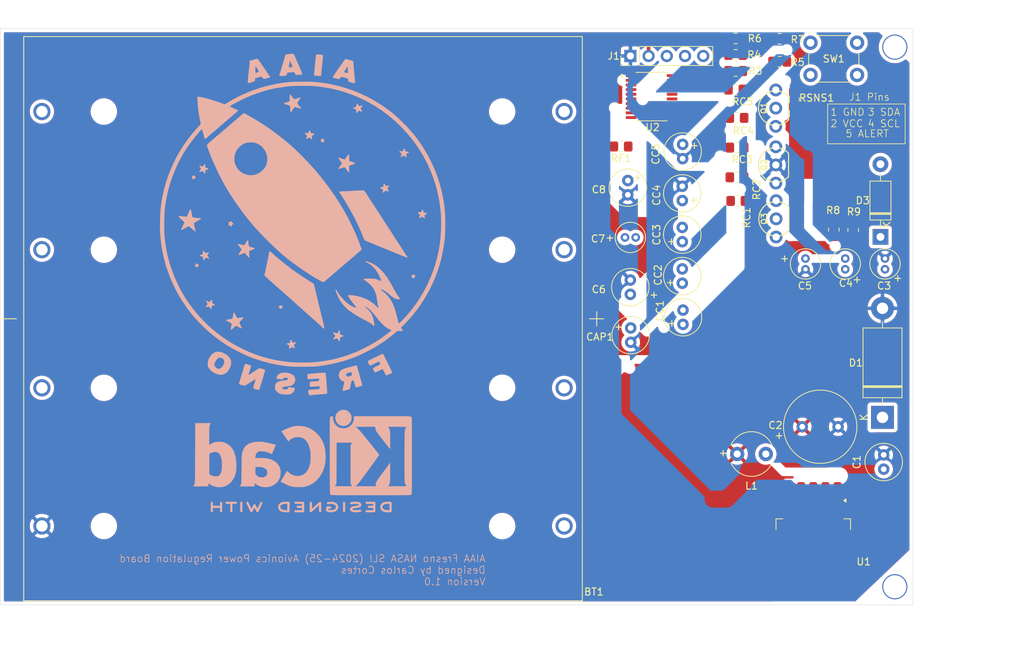
<source format=kicad_pcb>
(kicad_pcb (version 20240108) (generator "pcbnew") (generator_version "8.0")
  (title_block (title "Avionics Power Regulation Board") (date "2024-12-26") (rev "3") (company "AIAA Fresno State") (comment 1 "Author: Carlos Cortes") (comment 2 "All mounting holes are 3.2mm in diameter"))
  (layers (0 "F.Cu" signal) (31 "B.Cu" signal) (34 "B.Paste" user) (35 "F.Paste" user) (36 "B.SilkS" user "B.Silkscreen") (37 "F.SilkS" user "F.Silkscreen") (38 "B.Mask" user) (39 "F.Mask" user) (44 "Edge.Cuts" user))
  (net 0 "")
  (net 1 "Net-(BT1-Pad1+)")
  (net 2 "Net-(BT1-Pad3+)")
  (net 3 "Net-(U2-REGOUT)")
  (net 4 "GNDREF")
  (net 5 "Net-(BT1-Pad2+)")
  (net 6 "/VOUT")
  (net 7 "/Battery Monitor System/SRP")
  (net 8 "/Battery Monitor System/SRN")
  (net 9 "/REGOUT")
  (net 10 "Net-(U2-CAP1)")
  (net 11 "/Battery Monitor System/VC5")
  (net 12 "/Battery Monitor System/VC3")
  (net 13 "/Battery Monitor System/VC2")
  (net 14 "/Battery Monitor System/VC1")
  (net 15 "/Battery Monitor System/VC0")
  (net 16 "Net-(D1-K)")
  (net 17 "Net-(D3-K)")
  (net 18 "Net-(D3-A)")
  (net 19 "/Battery Monitor System/CHG")
  (net 20 "/Battery Monitor System/DSG")
  (net 21 "Net-(R5-Pad1)")
  (net 22 "Net-(U2-TS1)")
  (net 23 "Net-(U2-BAT)")
  (net 24 "/SCL")
  (net 25 "/SDA")
  (net 26 "/ALERT")
  (net 28 "/Battery Monitor System/BAT -")
  (net 29 "Net-(Q1-Pad3)")
  (net 30 "Net-(Q1-Pad1)")
  (footprint "Capacitor_THT:C_Radial_D5.0mm_H11.0mm_P2.00mm" (layer "F.Cu") (at 115.7315 46.8214 90)
    (property "Reference" "CC3" (at 0.9714 -3.5815 -90) (layer "F.SilkS"))
    (property "Value" "1uF")
    (pad "1" thru_hole circle (at 0 0 90) (size 1.6 1.6) (drill 0.8) (layers "*.Cu" "*.Mask") (net 13 "/Battery Monitor System/VC2"))
    (pad "2" thru_hole circle (at 2 0 90) (size 1.6 1.6) (drill 0.8) (layers "*.Cu" "*.Mask") (net 14 "/Battery Monitor System/VC1"))
  )
  (footprint "Package_SO:TSSOP-20_4.4x6.5mm_P0.65mm" (layer "F.Cu") (at 111.444 26.5464)
    (property "Reference" "U2" (at 0.1347 4.3036 0) (layer "F.SilkS"))
    (property "Value" "BQ76920PW")
    (pad "1" smd roundrect (at -2.8625 -2.925) (size 1.475 0.4) (layers "F.Cu" "F.Paste" "F.Mask") (net 20 "/Battery Monitor System/DSG"))
    (pad "2" smd roundrect (at -2.8625 -2.275) (size 1.475 0.4) (layers "F.Cu" "F.Paste" "F.Mask") (net 19 "/Battery Monitor System/CHG"))
    (pad "3" smd roundrect (at -2.8625 -1.625) (size 1.475 0.4) (layers "F.Cu" "F.Paste" "F.Mask") (net 4 "GNDREF"))
    (pad "4" smd roundrect (at -2.8625 -0.975) (size 1.475 0.4) (layers "F.Cu" "F.Paste" "F.Mask") (net 25 "/SDA"))
    (pad "5" smd roundrect (at -2.8625 -0.325) (size 1.475 0.4) (layers "F.Cu" "F.Paste" "F.Mask") (net 24 "/SCL"))
    (pad "6" smd roundrect (at -2.8625 0.325) (size 1.475 0.4) (layers "F.Cu" "F.Paste" "F.Mask") (net 22 "Net-(U2-TS1)"))
    (pad "7" smd roundrect (at -2.8625 0.975) (size 1.475 0.4) (layers "F.Cu" "F.Paste" "F.Mask") (net 10 "Net-(U2-CAP1)"))
    (pad "8" smd roundrect (at -2.8625 1.625) (size 1.475 0.4) (layers "F.Cu" "F.Paste" "F.Mask") (net 3 "Net-(U2-REGOUT)"))
    (pad "9" smd roundrect (at -2.8625 2.275) (size 1.475 0.4) (layers "F.Cu" "F.Paste" "F.Mask") (net 9 "/REGOUT"))
    (pad "10" smd roundrect (at -2.8625 2.925) (size 1.475 0.4) (layers "F.Cu" "F.Paste" "F.Mask") (net 23 "Net-(U2-BAT)"))
    (pad "11" smd roundrect (at 2.8625 2.925) (size 1.475 0.4) (layers "F.Cu" "F.Paste" "F.Mask"))
    (pad "12" smd roundrect (at 2.8625 2.275) (size 1.475 0.4) (layers "F.Cu" "F.Paste" "F.Mask") (net 11 "/Battery Monitor System/VC5"))
    (pad "13" smd roundrect (at 2.8625 1.625) (size 1.475 0.4) (layers "F.Cu" "F.Paste" "F.Mask") (net 12 "/Battery Monitor System/VC3"))
    (pad "14" smd roundrect (at 2.8625 0.975) (size 1.475 0.4) (layers "F.Cu" "F.Paste" "F.Mask") (net 12 "/Battery Monitor System/VC3"))
    (pad "15" smd roundrect (at 2.8625 0.325) (size 1.475 0.4) (layers "F.Cu" "F.Paste" "F.Mask") (net 13 "/Battery Monitor System/VC2"))
    (pad "16" smd roundrect (at 2.8625 -0.325) (size 1.475 0.4) (layers "F.Cu" "F.Paste" "F.Mask") (net 14 "/Battery Monitor System/VC1"))
    (pad "17" smd roundrect (at 2.8625 -0.975) (size 1.475 0.4) (layers "F.Cu" "F.Paste" "F.Mask") (net 15 "/Battery Monitor System/VC0"))
    (pad "18" smd roundrect (at 2.8625 -1.625) (size 1.475 0.4) (layers "F.Cu" "F.Paste" "F.Mask") (net 7 "/Battery Monitor System/SRP"))
    (pad "19" smd roundrect (at 2.8625 -2.275) (size 1.475 0.4) (layers "F.Cu" "F.Paste" "F.Mask") (net 8 "/Battery Monitor System/SRN"))
    (pad "20" smd roundrect (at 2.8625 -2.925) (size 1.475 0.4) (layers "F.Cu" "F.Paste" "F.Mask") (net 26 "/ALERT"))
  )
  (footprint "Inductor_THT:L_Radial_D6.0mm_P4.00mm" (layer "F.Cu") (at 127.393 76.481 180)
    (property "Reference" "L1" (at 2 -4.445 180) (layer "F.SilkS"))
    (property "Value" "RC-10")
    (pad "1" thru_hole circle (at 0 0 180) (size 2 2) (drill 1) (layers "*.Cu" "*.Mask") (net 16 "Net-(D1-K)"))
    (pad "2" thru_hole circle (at 4 0 180) (size 2 2) (drill 1) (layers "*.Cu" "*.Mask") (net 6 "/VOUT"))
  )
  (footprint "Resistor_SMD:R_0805_2012Metric_Pad1.20x1.40mm_HandSolder" (layer "F.Cu") (at 123.4815 41.1214 180)
    (property "Reference" "RC1" (at -1.2445 -2.3396 -90) (layer "F.SilkS"))
    (property "Value" "100")
    (pad "1" smd roundrect (at -1 0 180) (size 1.2 1.4) (layers "F.Cu" "F.Paste" "F.Mask") (roundrect_rratio 0.208333) (net 9 "/REGOUT"))
    (pad "2" smd roundrect (at 1 0 180) (size 1.2 1.4) (layers "F.Cu" "F.Paste" "F.Mask") (roundrect_rratio 0.208333) (net 11 "/Battery Monitor System/VC5"))
  )
  (footprint "Package_TO_SOT_SMD:TO-263-5_TabPin3" (layer "F.Cu") (at 134.016 90.36 -90)
    (property "Reference" "U1" (at 1.16 -7.044 180) (layer "F.SilkS"))
    (property "Value" "LM2576HVS-5")
    (pad "1" smd roundrect (at -7.65 -3.4 270) (size 4.6 1.1) (layers "F.Cu" "F.Paste" "F.Mask") (roundrect_rratio 0.227273) (net 9 "/REGOUT"))
    (pad "2" smd roundrect (at -7.65 -1.7 270) (size 4.6 1.1) (layers "F.Cu" "F.Paste" "F.Mask") (roundrect_rratio 0.227273) (net 16 "Net-(D1-K)"))
    (pad "3" smd roundrect (at -7.65 0 270) (size 4.6 1.1) (layers "F.Cu" "F.Paste" "F.Mask") (roundrect_rratio 0.227273) (net 4 "GNDREF"))
    (pad "3" smd roundrect (at -0.925 -2.775 270) (size 4.55 5.25) (layers "F.Cu" "F.Paste") (roundrect_rratio 0.054945) (net 4 "GNDREF"))
    (pad "3" smd roundrect (at -0.925 2.775 270) (size 4.55 5.25) (layers "F.Cu" "F.Paste") (roundrect_rratio 0.054945) (net 4 "GNDREF"))
    (pad "3" smd roundrect (at 1.5 0 270) (size 9.4 10.8) (layers "F.Cu" "F.Mask") (roundrect_rratio 0.026596) (net 4 "GNDREF"))
    (pad "3" smd roundrect (at 3.925 -2.775 270) (size 4.55 5.25) (layers "F.Cu" "F.Paste") (roundrect_rratio 0.054945) (net 4 "GNDREF"))
    (pad "3" smd roundrect (at 3.925 2.775 270) (size 4.55 5.25) (layers "F.Cu" "F.Paste") (roundrect_rratio 0.054945) (net 4 "GNDREF"))
    (pad "4" smd roundrect (at -7.65 1.7 270) (size 4.6 1.1) (layers "F.Cu" "F.Paste" "F.Mask") (roundrect_rratio 0.227273) (net 6 "/VOUT"))
    (pad "5" smd roundrect (at -7.65 3.4 270) (size 4.6 1.1) (layers "F.Cu" "F.Paste" "F.Mask") (roundrect_rratio 0.227273) (net 4 "GNDREF"))
  )
  (footprint "Resistor_SMD:R_0805_2012Metric_Pad1.20x1.40mm_HandSolder" (layer "F.Cu") (at 123.369 37.8214 180)
    (property "Reference" "RC2" (at -2.754 -1.7026 90) (layer "F.SilkS"))
    (property "Value" "100")
    (pad "1" smd roundrect (at -1 0 180) (size 1.2 1.4) (layers "F.Cu" "F.Paste" "F.Mask") (roundrect_rratio 0.208333) (net 2 "Net-(BT1-Pad3+)"))
    (pad "2" smd roundrect (at 1 0 180) (size 1.2 1.4) (layers "F.Cu" "F.Paste" "F.Mask") (roundrect_rratio 0.208333) (net 12 "/Battery Monitor System/VC3"))
  )
  (footprint "Diode_THT:D_DO-41_SOD81_P10.16mm_Horizontal" (layer "F.Cu") (at 143.395 46.1514 90)
    (property "Reference" "D3" (at 5.08 -2.47 180) (layer "F.SilkS"))
    (property "Value" "D")
    (fp_text user "K" (at 1.7164 0.895 -90) (layer "F.SilkS"))
    (pad "1" thru_hole rect (at 0 0 90) (size 2.2 2.2) (drill 1.1) (layers "*.Cu" "*.Mask") (net 17 "Net-(D3-K)"))
    (pad "2" thru_hole oval (at 10.16 0 90) (size 2.2 2.2) (drill 1.1) (layers "*.Cu" "*.Mask") (net 18 "Net-(D3-A)"))
  )
  (footprint "Resistor_SMD:R_0805_2012Metric_Pad1.20x1.40mm_HandSolder" (layer "F.Cu") (at 123.369 33.6714 180)
    (property "Reference" "RC3" (at -0.722 -1.6616 0) (layer "F.SilkS"))
    (property "Value" "100")
    (pad "1" smd roundrect (at -1 0 180) (size 1.2 1.4) (layers "F.Cu" "F.Paste" "F.Mask") (roundrect_rratio 0.208333) (net 5 "Net-(BT1-Pad2+)"))
    (pad "2" smd roundrect (at 1 0 180) (size 1.2 1.4) (layers "F.Cu" "F.Paste" "F.Mask") (roundrect_rratio 0.208333) (net 13 "/Battery Monitor System/VC2"))
  )
  (footprint "Capacitor_THT:C_Radial_D4.0mm_H7.0mm_P1.50mm" (layer "F.Cu") (at 132.9315 49.1714 -90)
    (property "Reference" "C5" (at 3.8146 0.0775 180) (layer "F.SilkS"))
    (property "Value" "0.1uF")
    (pad "1" thru_hole circle (at 0 0 270) (size 1.2 1.2) (drill 0.6) (layers "*.Cu" "*.Mask") (net 8 "/Battery Monitor System/SRN"))
    (pad "2" thru_hole circle (at 1.5 0 270) (size 1.2 1.2) (drill 0.6) (layers "*.Cu" "*.Mask") (net 4 "GNDREF"))
  )
  (footprint "Capacitor_THT:C_Radial_D5.0mm_H11.0mm_P2.00mm" (layer "F.Cu") (at 115.8315 58.3714 90)
    (property "Reference" "CC1" (at 1.9114 -3.2115 -90) (layer "F.SilkS"))
    (property "Value" "1uF")
    (pad "1" thru_hole circle (at 0 0 90) (size 1.6 1.6) (drill 0.8) (layers "*.Cu" "*.Mask") (net 11 "/Battery Monitor System/VC5"))
    (pad "2" thru_hole circle (at 2 0 90) (size 1.6 1.6) (drill 0.8) (layers "*.Cu" "*.Mask") (net 12 "/Battery Monitor System/VC3"))
  )
  (footprint "BK-18650-PC8:BAT_BK-18650-PC8" (layer "F.Cu") (at 62.785 57.585 180)
    (property "Reference" "BT1" (at -40.605 -38.1492 0) (layer "F.SilkS"))
    (property "Value" "BK-18650-PC8")
    (pad "" np_thru_hole circle (at -27.805 -28.955 180) (size 3.2 3.2) (drill 3.2) (layers "*.Cu" "*.Mask"))
    (pad "" np_thru_hole circle (at -27.805 -9.65 180) (size 3.2 3.2) (drill 3.2) (layers "*.Cu" "*.Mask"))
    (pad "" np_thru_hole circle (at -27.805 9.65 180) (size 3.2 3.2) (drill 3.2) (layers "*.Cu" "*.Mask"))
    (pad "" np_thru_hole circle (at -27.805 28.955 180) (size 3.2 3.2) (drill 3.2) (layers "*.Cu" "*.Mask"))
    (pad "" np_thru_hole circle (at 27.805 -28.955 180) (size 3.2 3.2) (drill 3.2) (layers "*.Cu" "*.Mask"))
    (pad "" np_thru_hole circle (at 27.805 -9.65 180) (size 3.2 3.2) (drill 3.2) (layers "*.Cu" "*.Mask"))
    (pad "" np_thru_hole circle (at 27.805 9.65 180) (size 3.2 3.2) (drill 3.2) (layers "*.Cu" "*.Mask"))
    (pad "" np_thru_hole circle (at 27.805 28.955 180) (size 3.2 3.2) (drill 3.2) (layers "*.Cu" "*.Mask"))
    (pad "1+" thru_hole circle (at -36.45 -28.95 180) (size 2.4 2.4) (drill 1.6) (layers "*.Cu" "*.Mask") (net 1 "Net-(BT1-Pad1+)"))
    (pad "1-" thru_hole circle (at 36.45 -28.95 180) (size 2.4 2.4) (drill 1.6) (layers "*.Cu" "*.Mask") (net 4 "GNDREF"))
    (pad "2+" thru_hole circle (at -36.45 -9.65 180) (size 2.4 2.4) (drill 1.6) (layers "*.Cu" "*.Mask") (net 5 "Net-(BT1-Pad2+)"))
    (pad "2-" thru_hole circle (at 36.45 -9.65 180) (size 2.4 2.4) (drill 1.6) (layers "*.Cu" "*.Mask") (net 1 "Net-(BT1-Pad1+)"))
    (pad "3+" thru_hole circle (at -36.45 9.65 180) (size 2.4 2.4) (drill 1.6) (layers "*.Cu" "*.Mask") (net 2 "Net-(BT1-Pad3+)"))
    (pad "3-" thru_hole circle (at 36.45 9.65 180) (size 2.4 2.4) (drill 1.6) (layers "*.Cu" "*.Mask") (net 5 "Net-(BT1-Pad2+)"))
    (pad "4+" thru_hole circle (at -36.45 28.95 180) (size 2.4 2.4) (drill 1.6) (layers "*.Cu" "*.Mask") (net 9 "/REGOUT"))
    (pad "4-" thru_hole circle (at 36.45 28.95 180) (size 2.4 2.4) (drill 1.6) (layers "*.Cu" "*.Mask") (net 2 "Net-(BT1-Pad3+)"))
  )
  (footprint "Resistor_SMD:R_0805_2012Metric_Pad1.20x1.40mm_HandSolder" (layer "F.Cu") (at 123.1815 20.7214)
    (property "Reference" "R4" (at 2.5985 -0.0214 180) (layer "F.SilkS"))
    (property "Value" "100")
    (pad "1" smd roundrect (at -1 0) (size 1.2 1.4) (layers "F.Cu" "F.Paste" "F.Mask") (roundrect_rratio 0.208333) (net 8 "/Battery Monitor System/SRN"))
    (pad "2" smd roundrect (at 1 0) (size 1.2 1.4) (layers "F.Cu" "F.Paste" "F.Mask") (roundrect_rratio 0.208333) (net 29 "Net-(Q1-Pad3)"))
  )
  (footprint "Capacitor_THT:C_Radial_D5.0mm_H11.0mm_P2.00mm" (layer "F.Cu") (at 108.1315 40.2714 90)
    (property "Reference" "C8" (at 0.7314 -4.0515 180) (layer "F.SilkS"))
    (property "Value" "10uF")
    (pad "1" thru_hole circle (at 0 0 90) (size 1.6 1.6) (drill 0.8) (layers "*.Cu" "*.Mask") (net 4 "GNDREF"))
    (pad "2" thru_hole circle (at 2 0 90) (size 1.6 1.6) (drill 0.8) (layers "*.Cu" "*.Mask") (net 23 "Net-(U2-BAT)"))
  )
  (footprint "Capacitor_THT:C_Radial_D5.0mm_H11.0mm_P2.00mm" (layer "F.Cu") (at 143.85 78.6 90)
    (property "Reference" "C1" (at 1 -3.75 90) (layer "F.SilkS"))
    (property "Value" "EEUFR1V101B")
    (pad "1" thru_hole circle (at 0 0 90) (size 1.6 1.6) (drill 0.8) (layers "*.Cu" "*.Mask") (net 9 "/REGOUT"))
    (pad "2" thru_hole circle (at 2 0 90) (size 1.6 1.6) (drill 0.8) (layers "*.Cu" "*.Mask") (net 4 "GNDREF"))
  )
  (footprint "MountingHole:MountingHole_2.1mm" (layer "F.Cu") (at 145.4016 19.6358)
    (property "Reference" "H2" (hide yes))
    (property "Value" "MountingHole")
    (pad "" np_thru_hole circle (at 0 0) (size 3.5 3.5) (drill 3.2) (layers "F&B.Cu" "*.Mask"))
  )
  (footprint "Resistor_SMD:R_0805_2012Metric_Pad1.20x1.40mm_HandSolder" (layer "F.Cu") (at 107.1815 33.5214 180)
    (property "Reference" "RF1" (at 0 -1.65 0) (layer "F.SilkS"))
    (property "Value" "1k")
    (pad "1" smd roundrect (at -1 0 180) (size 1.2 1.4) (layers "F.Cu" "F.Paste" "F.Mask") (roundrect_rratio 0.208333) (net 23 "Net-(U2-BAT)"))
    (pad "2" smd roundrect (at 1 0 180) (size 1.2 1.4) (layers "F.Cu" "F.Paste" "F.Mask") (roundrect_rratio 0.208333) (net 9 "/REGOUT"))
  )
  (footprint "Capacitor_THT:C_Radial_D10.0mm_H16.0mm_P5.00mm" (layer "F.Cu") (at 132.4815 72.6714)
    (property "Reference" "C2" (at -3.7415 -0.2014 0) (layer "F.SilkS"))
    (property "Value" "EEUTA1V102")
    (pad "1" thru_hole circle (at 0 0) (size 1.6 1.6) (drill 0.8) (layers "*.Cu" "*.Mask") (net 6 "/VOUT"))
    (pad "2" thru_hole circle (at 5 0) (size 1.6 1.6) (drill 0.8) (layers "*.Cu" "*.Mask") (net 4 "GNDREF"))
  )
  (footprint "Resistor_SMD:R_0805_2012Metric_Pad1.20x1.40mm_HandSolder" (layer "F.Cu") (at 123.369 29.5214 180)
    (property "Reference" "RC4" (at -0.9125 -1.8 0) (layer "F.SilkS"))
    (property "Value" "100")
    (pad "1" smd roundrect (at -1 0 180) (size 1.2 1.4) (layers "F.Cu" "F.Paste" "F.Mask") (roundrect_rratio 0.208333) (net 1 "Net-(BT1-Pad1+)"))
    (pad "2" smd roundrect (at 1 0 180) (size 1.2 1.4) (layers "F.Cu" "F.Paste" "F.Mask") (roundrect_rratio 0.208333) (net 14 "/Battery Monitor System/VC1"))
  )
  (footprint "Resistor_SMD:R_0805_2012Metric_Pad1.20x1.40mm_HandSolder" (layer "F.Cu") (at 123.1815 25.5714 180)
    (property "Reference" "RC5" (at -0.9885 -1.6886 180) (layer "F.SilkS"))
    (property "Value" "100")
    (pad "1" smd roundrect (at -1 0 180) (size 1.2 1.4) (layers "F.Cu" "F.Paste" "F.Mask") (roundrect_rratio 0.208333) (net 4 "GNDREF"))
    (pad "2" smd roundrect (at 1 0 180) (size 1.2 1.4) (layers "F.Cu" "F.Paste" "F.Mask") (roundrect_rratio 0.208333) (net 15 "/Battery Monitor System/VC0"))
  )
  (footprint "BS170_2:TO92" (layer "F.Cu") (at 128.7815 28.1614 90)
    (property "Reference" "Q1" (at 0 -1.651 90) (layer "F.SilkS") (effects (font (size 0.8 0.8))))
    (property "Value" "NMOS")
    (pad "1" thru_hole circle (at -2.54 0 90) (size 1.778 1.778) (drill 1.016) (layers "*.Cu" "*.Mask") (net 30 "Net-(Q1-Pad1)"))
    (pad "2" thru_hole circle (at 0 0 90) (size 1.778 1.778) (drill 1.016) (layers "*.Cu" "*.Mask") (net 20 "/Battery Monitor System/DSG"))
    (pad "3" thru_hole circle (at 2.54 0 90) (size 1.778 1.778) (drill 1.016) (layers "*.Cu" "*.Mask") (net 29 "Net-(Q1-Pad3)"))
  )
  (footprint "BS170_2:TO92" (layer "F.Cu") (at 128.79 36.095 90)
    (property "Reference" "Q2" (at 0 -1.651 90) (layer "F.SilkS") (effects (font (size 0.8 0.8))))
    (property "Value" "PMOS")
    (pad "1" thru_hole circle (at -2.54 0 90) (size 1.778 1.778) (drill 1.016) (layers "*.Cu" "*.Mask") (net 18 "Net-(D3-A)"))
    (pad "2" thru_hole circle (at 0 0 90) (size 1.778 1.778) (drill 1.016) (layers "*.Cu" "*.Mask") (net 4 "GNDREF"))
    (pad "3" thru_hole circle (at 2.54 0 90) (size 1.778 1.778) (drill 1.016) (layers "*.Cu" "*.Mask") (net 19 "/Battery Monitor System/CHG"))
  )
  (footprint "Capacitor_THT:C_Radial_D4.0mm_H7.0mm_P1.50mm" (layer "F.Cu") (at 144.0315 49.1714 -90)
    (property "Reference" "C3" (at 3.8146 0.1285 180) (layer "F.SilkS"))
    (property "Value" "0.1uF")
    (pad "1" thru_hole circle (at 0 0 270) (size 1.2 1.2) (drill 0.6) (layers "*.Cu" "*.Mask") (net 4 "GNDREF"))
    (pad "2" thru_hole circle (at 1.5 0 270) (size 1.2 1.2) (drill 0.6) (layers "*.Cu" "*.Mask") (net 7 "/Battery Monitor System/SRP"))
  )
  (footprint "Resistor_SMD:R_0805_2012Metric_Pad1.20x1.40mm_HandSolder" (layer "F.Cu") (at 139.585 45.1714 90)
    (property "Reference" "R9" (at 2.5364 0.105 180) (layer "F.SilkS"))
    (property "Value" "1MOhm")
    (pad "1" smd roundrect (at -1 0 90) (size 1.2 1.4) (layers "F.Cu" "F.Paste" "F.Mask") (roundrect_rratio 0.208333) (net 17 "Net-(D3-K)"))
    (pad "2" smd roundrect (at 1 0 90) (size 1.2 1.4) (layers "F.Cu" "F.Paste" "F.Mask") (roundrect_rratio 0.208333) (net 18 "Net-(D3-A)"))
  )
  (footprint "Button_Switch_THT:SW_PUSH_6mm" (layer "F.Cu") (at 140.1315 23.5214 180)
    (property "Reference" "SW1" (at 3.25 2.25 0) (layer "F.SilkS"))
    (property "Value" "SW_Push")
    (pad "1" thru_hole circle (at 0 0 270) (size 2 2) (drill 1.1) (layers "*.Cu" "*.Mask") (net 21 "Net-(R5-Pad1)"))
    (pad "1" thru_hole circle (at 6.5 0 270) (size 2 2) (drill 1.1) (layers "*.Cu" "*.Mask") (net 21 "Net-(R5-Pad1)"))
    (pad "2" thru_hole circle (at 0 4.5 270) (size 2 2) (drill 1.1) (layers "*.Cu" "*.Mask") (net 14 "/Battery Monitor System/VC1"))
    (pad "2" thru_hole circle (at 6.5 4.5 270) (size 2 2) (drill 1.1) (layers "*.Cu" "*.Mask") (net 14 "/Battery Monitor System/VC1"))
  )
  (footprint "Resistor_SMD:R_0805_2012Metric_Pad1.20x1.40mm_HandSolder" (layer "F.Cu") (at 123.1815 22.9714)
    (property "Reference" "R3" (at 2.7685 -0.0114 0) (layer "F.SilkS"))
    (property "Value" "100")
    (pad "1" smd roundrect (at -1 0) (size 1.2 1.4) (layers "F.Cu" "F.Paste" "F.Mask") (roundrect_rratio 0.208333) (net 7 "/Battery Monitor System/SRP"))
    (pad "2" smd roundrect (at 1 0) (size 1.2 1.4) (layers "F.Cu" "F.Paste" "F.Mask") (roundrect_rratio 0.208333) (net 4 "GNDREF"))
  )
  (footprint "Diode_THT:D_DO-201AD_P15.24mm_Horizontal" (layer "F.Cu") (at 143.6815 71.3614 90)
    (property "Reference" "D1" (at 7.62 -3.72 180) (layer "F.SilkS"))
    (property "Value" "1N5822")
    (fp_text user "K" (at 0 -2.6 90) (layer "F.SilkS"))
    (pad "1" thru_hole rect (at 0 0 90) (size 3.2 3.2) (drill 1.6) (layers "*.Cu" "*.Mask") (net 16 "Net-(D1-K)"))
    (pad "2" thru_hole oval (at 15.24 0 90) (size 3.2 3.2) (drill 1.6) (layers "*.Cu" "*.Mask") (net 4 "GNDREF"))
  )
  (footprint "Resistor_SMD:R_0805_2012Metric_Pad1.20x1.40mm_HandSolder" (layer "F.Cu") (at 123.1815 18.4214 180)
    (property "Reference" "R6" (at -2.6685 -0.0086 0) (layer "F.SilkS"))
    (property "Value" "1MOhm")
    (pad "1" smd roundrect (at -1 0 180) (size 1.2 1.4) (layers "F.Cu" "F.Paste" "F.Mask") (roundrect_rratio 0.208333) (net 29 "Net-(Q1-Pad3)"))
    (pad "2" smd roundrect (at 1 0 180) (size 1.2 1.4) (layers "F.Cu" "F.Paste" "F.Mask") (roundrect_rratio 0.208333) (net 20 "/Battery Monitor System/DSG"))
  )
  (footprint "Resistor_SMD:R_0805_2012Metric_Pad1.20x1.40mm_HandSolder" (layer "F.Cu") (at 136.8815 45.1214 -90)
    (property "Reference" "R8" (at -2.6864 0.0915 180) (layer "F.SilkS"))
    (property "Value" "1MOhm")
    (pad "1" smd roundrect (at -1 0 270) (size 1.2 1.4) (layers "F.Cu" "F.Paste" "F.Mask") (roundrect_rratio 0.208333) (net 28 "/Battery Monitor System/BAT -"))
    (pad "2" smd roundrect (at 1 0 270) (size 1.2 1.4) (layers "F.Cu" "F.Paste" "F.Mask") (roundrect_rratio 0.208333) (net 17 "Net-(D3-K)"))
  )
  (footprint "Resistor_SMD:R_0805_2012Metric_Pad1.20x1.40mm_HandSolder" (layer "F.Cu") (at 129.3315 21.6714)
    (property "Reference" "R5" (at 2.5065 0.0726 180) (layer "F.SilkS"))
    (property "Value" "10kOhm")
    (pad "1" smd roundrect (at -1 0) (size 1.2 1.4) (layers "F.Cu" "F.Paste" "F.Mask") (roundrect_rratio 0.208333) (net 21 "Net-(R5-Pad1)"))
    (pad "2" smd roundrect (at 1 0) (size 1.2 1.4) (layers "F.Cu" "F.Paste" "F.Mask") (roundrect_rratio 0.208333) (net 22 "Net-(U2-TS1)"))
  )
  (footprint "Resistor_SMD:R_0805_2012Metric_Pad1.20x1.40mm_HandSolder" (layer "F.Cu") (at 131.33 26.935 90)
    (property "Reference" "RSNS1" (at 0.2 3.16 0) (layer "F.SilkS"))
    (property "Value" "20m")
    (pad "1" smd roundrect (at -1 0 90) (size 1.2 1.4) (layers "F.Cu" "F.Paste" "F.Mask") (roundrect_rratio 0.208333) (net 4 "GNDREF"))
    (pad "2" smd roundrect (at 1 0 90) (size 1.2 1.4) (layers "F.Cu" "F.Paste" "F.Mask") (roundrect_rratio 0.208333) (net 29 "Net-(Q1-Pad3)"))
  )
  (footprint "Capacitor_THT:C_Radial_D5.0mm_H11.0mm_P2.00mm" (layer "F.Cu") (at 115.7315 41.0714 90)
    (property "Reference" "CC4" (at 0.7614 -3.5915 90) (layer "F.SilkS"))
    (property "Value" "1uF")
    (pad "1" thru_hole circle (at 0 0 90) (size 1.6 1.6) (drill 0.8) (layers "*.Cu" "*.Mask") (net 14 "/Battery Monitor System/VC1"))
    (pad "2" thru_hole circle (at 2 0 90) (size 1.6 1.6) (drill 0.8) (layers "*.Cu" "*.Mask") (net 4 "GNDREF"))
  )
  (footprint "Connector_PinHeader_2.54mm:PinHeader_1x05_P2.54mm_Vertical" (layer "F.Cu") (at 108.4915 20.8714 90)
    (property "Reference" "J1" (at 0 -2.33 180) (layer "F.SilkS"))
    (property "Value" "Conn_01x05_Socket")
    (pad "1" thru_hole rect (at 0 0 90) (size 1.7 1.7) (drill 1) (layers "*.Cu" "*.Mask") (net 4 "GNDREF"))
    (pad "2" thru_hole oval (at 0 2.54 90) (size 1.7 1.7) (drill 1) (layers "*.Cu" "*.Mask") (net 6 "/VOUT"))
    (pad "3" thru_hole oval (at 0 5.08 90) (size 1.7 1.7) (drill 1) (layers "*.Cu" "*.Mask") (net 25 "/SDA"))
    (pad "4" thru_hole oval (at 0 7.62 90) (size 1.7 1.7) (drill 1) (layers "*.Cu" "*.Mask") (net 24 "/SCL"))
    (pad "5" thru_hole oval (at 0 10.16 90) (size 1.7 1.7) (drill 1) (layers "*.Cu" "*.Mask") (net 26 "/ALERT"))
  )
  (footprint "BS170_2:TO92" (layer "F.Cu") (at 128.8315 43.6214 90)
    (property "Reference" "Q3" (at 0 -1.651 90) (layer "F.SilkS") (effects (font (size 0.8 0.8))))
    (property "Value" "NMOS")
    (pad "1" thru_hole circle (at -2.54 0 90) (size 1.778 1.778) (drill 1.016) (layers "*.Cu" "*.Mask") (net 30 "Net-(Q1-Pad1)"))
    (pad "2" thru_hole circle (at 0 0 90) (size 1.778 1.778) (drill 1.016) (layers "*.Cu" "*.Mask") (net 17 "Net-(D3-K)"))
    (pad "3" thru_hole circle (at 2.54 0 90) (size 1.778 1.778) (drill 1.016) (layers "*.Cu" "*.Mask") (net 28 "/Battery Monitor System/BAT -"))
  )
  (footprint "Resistor_SMD:R_0805_2012Metric_Pad1.20x1.40mm_HandSolder" (layer "F.Cu") (at 129.3315 18.4714)
    (property "Reference" "R7" (at 2.5065 0.0976 180) (layer "F.SilkS"))
    (property "Value" "10kOhm")
    (pad "1" smd roundrect (at -1 0) (size 1.2 1.4) (layers "F.Cu" "F.Paste" "F.Mask") (roundrect_rratio 0.208333) (net 4 "GNDREF"))
    (pad "2" smd roundrect (at 1 0) (size 1.2 1.4) (layers "F.Cu" "F.Paste" "F.Mask") (roundrect_rratio 0.208333) (net 22 "Net-(U2-TS1)"))
  )
  (footprint "Capacitor_THT:C_Radial_D5.0mm_H11.0mm_P2.00mm" (layer "F.Cu") (at 108.5315 58.8714 -90)
    (property "Reference" "CAP1" (at 1.2486 4.3115 180) (layer "F.SilkS"))
    (property "Value" "1uF")
    (pad "1" thru_hole circle (at 0 0 270) (size 1.6 1.6) (drill 0.8) (layers "*.Cu" "*.Mask") (net 10 "Net-(U2-CAP1)"))
    (pad "2" thru_hole circle (at 2 0 270) (size 1.6 1.6) (drill 0.8) (layers "*.Cu" "*.Mask") (net 4 "GNDREF"))
  )
  (footprint "Capacitor_THT:C_Radial_D4.0mm_H7.0mm_P1.50mm" (layer "F.Cu") (at 109.2315 46.2214 180)
    (property "Reference" "C7" (at 5.2615 -0.1886 0) (layer "F.SilkS"))
    (property "Value" "4.7uF")
    (pad "1" thru_hole circle (at 0 0 180) (size 1.2 1.2) (drill 0.6) (layers "*.Cu" "*.Mask") (net 4 "GNDREF"))
    (pad "2" thru_hole circle (at 1.5 0 180) (size 1.2 1.2) (drill 0.6) (layers "*.Cu" "*.Mask") (net 3 "Net-(U2-REGOUT)"))
  )
  (footprint "MountingHole:MountingHole_2.1mm" (layer "F.Cu") (at 145.4016 95.023)
    (property "Reference" "H1" (hide yes))
    (property "Value" "MountingHole")
    (pad "" np_thru_hole circle (at 0 0) (size 3.5 3.5) (drill 3.2) (layers "F&B.Cu" "*.Mask"))
  )
  (footprint "Capacitor_THT:C_Radial_D5.0mm_H11.0mm_P2.00mm" (layer "F.Cu") (at 115.7815 35.2214 90)
    (property "Reference" "CC5" (at 0.6504 -3.7555 90) (layer "F.SilkS"))
    (property "Value" "1uF")
    (pad "1" thru_hole circle (at 0 0 90) (size 1.6 1.6) (drill 0.8) (layers "*.Cu" "*.Mask") (net 4 "GNDREF"))
    (pad "2" thru_hole circle (at 2 0 90) (size 1.6 1.6) (drill 0.8) (layers "*.Cu" "*.Mask") (net 15 "/Battery Monitor System/VC0"))
  )
  (footprint "Capacitor_THT:C_Radial_D5.0mm_H11.0mm_P2.00mm" (layer "F.Cu") (at 115.7315 52.6214 90)
    (property "Reference" "CC2" (at 1.1514 -3.3815 -90) (layer "F.SilkS"))
    (property "Value" "1uF")
    (pad "1" thru_hole circle (at 0 0 90) (size 1.6 1.6) (drill 0.8) (layers "*.Cu" "*.Mask") (net 12 "/Battery Monitor System/VC3"))
    (pad "2" thru_hole circle (at 2 0 90) (size 1.6 1.6) (drill 0.8) (layers "*.Cu" "*.Mask") (net 13 "/Battery Monitor System/VC2"))
  )
  (footprint "Capacitor_THT:C_Radial_D5.0mm_H11.0mm_P2.00mm" (layer "F.Cu") (at 108.4815 54.1714 90)
    (property "Reference" "C6" (at 0.6814 -4.4015 180) (layer "F.SilkS"))
    (property "Value" "1uF")
    (pad "1" thru_hole circle (at 0 0 90) (size 1.6 1.6) (drill 0.8) (layers "*.Cu" "*.Mask") (net 9 "/REGOUT"))
    (pad "2" thru_hole circle (at 2 0 90) (size 1.6 1.6) (drill 0.8) (layers "*.Cu" "*.Mask") (net 4 "GNDREF"))
  )
  (footprint "Capacitor_THT:C_Radial_D4.0mm_H7.0mm_P1.50mm" (layer "F.Cu") (at 138.4815 49.1714 -90)
    (property "Reference" "C4" (at 3.4336 -0.0875 180) (layer "F.SilkS"))
    (property "Value" "0.1uF")
    (pad "1" thru_hole circle (at 0 0 270) (size 1.2 1.2) (drill 0.6) (layers "*.Cu" "*.Mask") (net 7 "/Battery Monitor System/SRP"))
    (pad "2" thru_hole circle (at 1.5 0 270) (size 1.2 1.2) (drill 0.6) (layers "*.Cu" "*.Mask") (net 8 "/Battery Monitor System/SRN"))
  )
  (footprint "Symbol:KiCad-Logo2_12mm_SilkScreen" (layer "B.Cu") (at 62.746087 76.227 180)
    (property "Reference" "REF**" (hide yes))
    (property "Value" "KiCad-Logo2_12mm_SilkScreen" (hide yes))
  )
  (footprint "AIAA Logo 2:AIAA Logo" (layer "B.Cu") (at 62.75 44.35 180)
    (property "Reference" "G***" (at 0 0 0) (layer "B.SilkS") (effects (font (size 1.5 1.5) (thickness 0.3)) (justify mirror)))
    (property "Value" "LOGO" (hide yes))
  )
  (gr_rect (start 136.029 27.586) (end 146.848 33.136) (stroke (width 0.1)) (fill none) (layer "F.SilkS"))
  (gr_line (start 20.5352 17.0714) (end 20.5352 97.563) (stroke (width 0.05)) (layer "Edge.Cuts"))
  (gr_line (start 147.9416 97.563) (end 147.9416 17.0714) (stroke (width 0.05)) (layer "Edge.Cuts"))
  (gr_line (start 20.5352 97.563) (end 147.9416 97.563) (stroke (width 0.05)) (layer "Edge.Cuts"))
  (gr_line (start 20.5352 17.0714) (end 147.9416 17.0714) (stroke (width 0.05)) (layer "Edge.Cuts"))
  (gr_text "AIAA Fresno NASA SLI (2024-25) Avionics Power Regulation Board\nDesigned by Carlos Cortes\nVersion 1.0\n" (at 88.328816 94.89 0) (layer "B.SilkS") (effects (font (size 1 1) (thickness 0.1)) (justify left bottom mirror)))
  (gr_text "+" (at 129.298 49.7094 0) (layer "F.SilkS") (effects (font (size 1 1)) (justify left bottom)))
  (gr_text "+" (at 116.598 41.5306 0) (layer "F.SilkS") (effects (font (size 1 1)) (justify left bottom)))
  (gr_text "+" (at 145.0968 52.4526 0) (layer "F.SilkS") (effects (font (size 1 1)) (justify left bottom)))
  (gr_text "+" (at 106.1332 59.2598 0) (layer "F.SilkS") (effects (font (size 1 1)) (justify left bottom)))
  (gr_text "+" (at 113.4992 47.3218 0) (layer "F.SilkS") (effects (font (size 1 1)) (justify left bottom)))
  (gr_text "+" (at 139.4072 52.6558 0) (layer "F.SilkS") (effects (font (size 1 1)) (justify left bottom)))
  (gr_text "+" (at 116.6996 33.9106 0) (layer "F.SilkS") (effects (font (size 1 1)) (justify left bottom)))
  (gr_text "+" (at 113.55 58.7518 0) (layer "F.SilkS") (effects (font (size 1 1)) (justify left bottom)))
  (gr_text "1 GND\n2 VCC" (at 136.3535 30.9 0) (layer "F.SilkS") (effects (font (size 1 1) (thickness 0.1)) (justify left bottom)))
  (gr_text "+" (at 113.3468 53.0622 0) (layer "F.SilkS") (effects (font (size 1 1)) (justify left bottom)))
  (gr_text "+" (at 108.7748 38.381 0) (layer "F.SilkS") (effects (font (size 1 1)) (justify left bottom)))
  (gr_text "+" (at 111.0608 54.7894 0) (layer "F.SilkS") (effects (font (size 1 1)) (justify left bottom)))
  (gr_text "3 SDA\n4 SCL\n" (at 141.5595 30.9 0) (layer "F.SilkS") (effects (font (size 1 1) (thickness 0.1)) (justify left bottom)))
  (gr_text "5 ALERT" (at 138.4595 32.3 0) (layer "F.SilkS") (effects (font (size 1 1) (thickness 0.1)) (justify left bottom)))
  (gr_text "J1 Pins\n\n" (at 138.9595 28.8 0) (layer "F.SilkS") (effects (font (size 1 1) (thickness 0.1)) (justify left bottom)))
  (gr_text "+" (at 104.914 46.8138 0) (layer "F.SilkS") (effects (font (size 1 1)) (justify left bottom)))
  (gr_text "+" (at 120.7128 76.8874 0) (layer "F.SilkS") (effects (font (size 1 1)) (justify left bottom)))
  (gr_text "+" (at 128.536 74.449 0) (layer "F.SilkS") (effects (font (size 1 1)) (justify left bottom)))
  (zone (net 6) (net_name "/VOUT") (layer "F.Cu") (connect_pads (clearance 0.5)) (min_thickness 0.25) (fill yes (thermal_gap 0.5) (thermal_bridge_width 0.5))
    (polygon (pts (xy 147.5815 89.7906) (xy 147.5815 89.750553) (xy 139.42873 97.493768) (xy 20.586 97.5122) (xy 20.586 96.771979) (xy 20.5352 20.8214) (xy 20.586 17.2214) (xy 142.8315 17.2214) (xy 147.8815 22.2714) (xy 147.8815 89.435)))
  )
  (zone (net 4) (net_name "GNDREF") (layer "B.Cu") (connect_pads (clearance 0.5)) (min_thickness 0.25) (fill yes (thermal_gap 0.5) (thermal_bridge_width 0.5))
    (polygon (pts (xy 147.5815 89.7978) (xy 147.425531 89.875259) (xy 139.4072 97.5122) (xy 20.586 97.5122) (xy 20.586 96.755888) (xy 20.4844 20.8214) (xy 20.586 17.2214) (xy 142.8315 17.2214) (xy 147.8815 22.2714) (xy 147.8815 89.4978)))
  )
)
</source>
